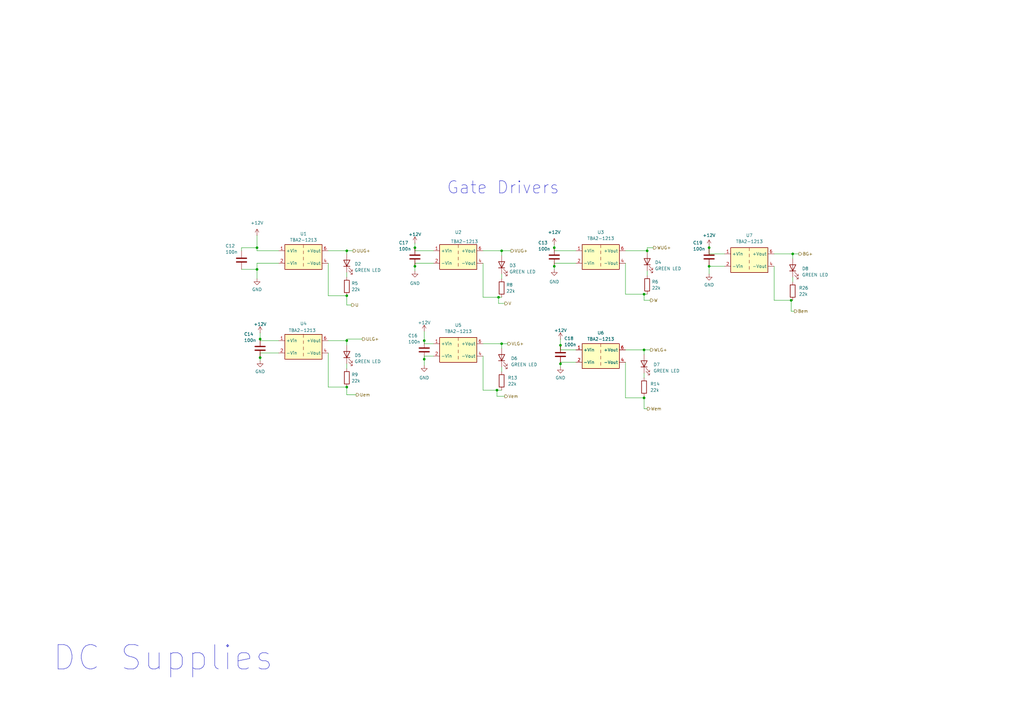
<source format=kicad_sch>
(kicad_sch (version 20231120) (generator "eeschema") (generator_version "8.0")
  (paper "A3")
  (title_block (title "GAVIM V4 TEST 137") (date "2024-06-25") (rev "00.00") (company "Nidec Drives"))
  (lib_symbols
    (symbol "Converter_DCDC:TBA2-1213"
      (property "Reference" "U" (at -6.35 6.35 0))
      (property "Value" "TBA2-1213" (at 2.54 6.35 0))
      (symbol "TBA2-1213_0_1"
        (rectangle (start -7.62 5.08) (end 7.62 -5.08) (stroke (width 0.254)) (fill (type background)))
        (polyline (pts (xy 0 -2.54) (xy 0 -3.81)))
        (polyline (pts (xy 0 0) (xy 0 -1.27)))
        (polyline (pts (xy 0 2.54) (xy 0 1.27)))
        (polyline (pts (xy 0 5.08) (xy 0 3.81)))
      )
      (symbol "TBA2-1213_1_1"
        (pin power_in line (at -10.16 2.54 0) (length 2.54) (name "+Vin") (number "1"))
        (pin power_in line (at -10.16 -2.54 0) (length 2.54) (name "-Vin") (number "2"))
        (pin power_out line (at 10.16 -2.54 180) (length 2.54) (name "-Vout") (number "4"))
        (pin power_out line (at 10.16 2.54 180) (length 2.54) (name "+Vout") (number "6"))
      )
    )
    (symbol "Device:C" (pin_numbers hide) (pin_names (offset 0.254))
      (property "Reference" "C" (at 0.635 2.54 0))
      (property "Value" "C" (at 0.635 -2.54 0))
      (symbol "C_0_1"
        (polyline (pts (xy -2.032 -0.762) (xy 2.032 -0.762)) (stroke (width 0.508)))
        (polyline (pts (xy -2.032 0.762) (xy 2.032 0.762)) (stroke (width 0.508)))
      )
      (symbol "C_1_1"
        (pin passive line (at 0 3.81 270) (length 2.794) (name "~") (number "1"))
        (pin passive line (at 0 -3.81 90) (length 2.794) (name "~") (number "2"))
      )
    )
    (symbol "Device:LED" (pin_numbers hide) (pin_names (offset 1.016) hide)
      (property "Reference" "D" (at 0 2.54 0))
      (property "Value" "LED" (at 0 -2.54 0))
      (symbol "LED_0_1"
        (polyline (pts (xy -1.27 -1.27) (xy -1.27 1.27)) (stroke (width 0.254)))
        (polyline (pts (xy -1.27 0) (xy 1.27 0)))
        (polyline (pts (xy 1.27 -1.27) (xy 1.27 1.27) (xy -1.27 0) (xy 1.27 -1.27)) (stroke (width 0.254)))
        (polyline (pts (xy -3.048 -0.762) (xy -4.572 -2.286) (xy -3.81 -2.286) (xy -4.572 -2.286) (xy -4.572 -1.524)))
        (polyline (pts (xy -1.778 -0.762) (xy -3.302 -2.286) (xy -2.54 -2.286) (xy -3.302 -2.286) (xy -3.302 -1.524)))
      )
      (symbol "LED_1_1"
        (pin passive line (at -3.81 0 0) (length 2.54) (name "K") (number "1"))
        (pin passive line (at 3.81 0 180) (length 2.54) (name "A") (number "2"))
      )
    )
    (symbol "Device:R" (pin_numbers hide) (pin_names (offset 0))
      (property "Reference" "R" (at 2.032 0 90))
      (property "Value" "R" (at 0 0 90))
      (symbol "R_0_1"
        (rectangle (start -1.016 -2.54) (end 1.016 2.54) (stroke (width 0.254)))
      )
      (symbol "R_1_1"
        (pin passive line (at 0 3.81 270) (length 1.27) (name "~") (number "1"))
        (pin passive line (at 0 -3.81 90) (length 1.27) (name "~") (number "2"))
      )
    )
    (symbol "power:+12V" (power) (pin_numbers hide) (pin_names (offset 0) hide)
      (property "Value" "+12V" (at 0 3.556 0))
      (symbol "+12V_0_1"
        (polyline (pts (xy -0.762 1.27) (xy 0 2.54)))
        (polyline (pts (xy 0 0) (xy 0 2.54)))
        (polyline (pts (xy 0 2.54) (xy 0.762 1.27)))
      )
      (symbol "+12V_1_1"
        (pin power_in line (at 0 0 90) (length 0) (name "~") (number "1"))
      )
    )
    (symbol "power:GND" (power) (pin_names (offset 0))
      (property "Value" "GND" (at 0 -3.81 0))
      (symbol "GND_0_1"
        (polyline (pts (xy 0 0) (xy 0 -1.27) (xy 1.27 -1.27) (xy 0 -2.54) (xy -1.27 -1.27) (xy 0 -1.27)))
      )
      (symbol "GND_1_1"
        (pin power_in line (at 0 0 270) (length 0) hide (name "GND") (number "1"))
      )
    )
  )
  (junction (at 205.74 140.97))
  (junction (at 106.68 139.065))
  (junction (at 290.83 101.6))
  (junction (at 227.33 109.22))
  (junction (at 142.24 102.87))
  (junction (at 205.74 102.87))
  (junction (at 105.41 110.49))
  (junction (at 229.87 141.605))
  (junction (at 105.41 101.6))
  (junction (at 106.68 146.685))
  (junction (at 142.24 158.75))
  (junction (at 170.18 109.22))
  (junction (at 203.835 160.02))
  (junction (at 229.87 149.225))
  (junction (at 170.18 101.6))
  (junction (at 142.24 139.7))
  (junction (at 325.12 104.14))
  (junction (at 264.16 163.195))
  (junction (at 204.47 121.92))
  (junction (at 265.43 102.87))
  (junction (at 173.99 147.32))
  (junction (at 290.83 109.22))
  (junction (at 142.24 121.285))
  (junction (at 227.33 101.6))
  (junction (at 264.16 120.65))
  (junction (at 264.16 143.51))
  (junction (at 324.485 123.19))
  (junction (at 173.99 139.7))
  (wire (pts (xy 173.99 139.7) (xy 173.99 135.89)))
  (wire (pts (xy 142.24 158.75) (xy 142.24 161.925)))
  (wire (pts (xy 325.12 123.19) (xy 324.485 123.19)))
  (wire (pts (xy 264.16 123.19) (xy 264.16 120.65)))
  (wire (pts (xy 177.8 102.87) (xy 170.18 102.87)))
  (wire (pts (xy 227.33 110.49) (xy 227.33 109.22)))
  (wire (pts (xy 265.43 102.87) (xy 265.43 101.6)))
  (wire (pts (xy 325.12 106.045) (xy 325.12 104.14)))
  (wire (pts (xy 105.41 96.52) (xy 105.41 101.6)))
  (wire (pts (xy 142.24 161.925) (xy 146.05 161.925)))
  (wire (pts (xy 105.41 102.87) (xy 114.3 102.87)))
  (wire (pts (xy 173.99 146.05) (xy 177.8 146.05)))
  (wire (pts (xy 325.12 115.57) (xy 325.12 113.665)))
  (wire (pts (xy 105.41 101.6) (xy 105.41 102.87)))
  (wire (pts (xy 265.43 113.03) (xy 265.43 111.125)))
  (wire (pts (xy 142.24 139.7) (xy 134.62 139.7)))
  (wire (pts (xy 229.87 148.59) (xy 236.22 148.59)))
  (wire (pts (xy 106.68 139.065) (xy 106.68 136.525)))
  (wire (pts (xy 142.24 139.065) (xy 142.24 139.7)))
  (wire (pts (xy 325.755 127.635) (xy 324.485 127.635)))
  (wire (pts (xy 256.54 163.195) (xy 264.16 163.195)))
  (wire (pts (xy 198.12 121.92) (xy 198.12 107.95)))
  (wire (pts (xy 173.99 149.86) (xy 173.99 147.32)))
  (wire (pts (xy 256.54 148.59) (xy 256.54 163.195)))
  (wire (pts (xy 264.16 163.195) (xy 264.16 167.64)))
  (wire (pts (xy 106.68 147.955) (xy 106.68 146.685)))
  (wire (pts (xy 205.74 160.02) (xy 203.835 160.02)))
  (wire (pts (xy 142.24 113.665) (xy 142.24 111.76)))
  (wire (pts (xy 203.835 160.02) (xy 198.12 160.02)))
  (wire (pts (xy 142.24 158.75) (xy 134.62 158.75)))
  (wire (pts (xy 106.68 146.685) (xy 106.68 144.78)))
  (wire (pts (xy 229.87 143.51) (xy 229.87 141.605)))
  (wire (pts (xy 264.16 145.415) (xy 264.16 143.51)))
  (wire (pts (xy 229.87 149.225) (xy 229.87 148.59)))
  (wire (pts (xy 290.83 104.14) (xy 290.83 101.6)))
  (wire (pts (xy 256.54 120.65) (xy 256.54 107.95)))
  (wire (pts (xy 204.47 121.92) (xy 198.12 121.92)))
  (wire (pts (xy 264.16 120.65) (xy 256.54 120.65)))
  (wire (pts (xy 236.22 143.51) (xy 229.87 143.51)))
  (wire (pts (xy 297.18 104.14) (xy 290.83 104.14)))
  (wire (pts (xy 105.41 107.95) (xy 114.3 107.95)))
  (wire (pts (xy 170.18 107.95) (xy 177.8 107.95)))
  (wire (pts (xy 290.83 112.395) (xy 290.83 109.22)))
  (wire (pts (xy 325.12 104.14) (xy 317.5 104.14)))
  (wire (pts (xy 324.485 123.19) (xy 317.5 123.19)))
  (wire (pts (xy 205.74 102.87) (xy 209.55 102.87)))
  (wire (pts (xy 106.68 144.78) (xy 114.3 144.78)))
  (wire (pts (xy 205.74 102.87) (xy 198.12 102.87)))
  (wire (pts (xy 142.24 104.14) (xy 142.24 102.87)))
  (wire (pts (xy 205.74 121.92) (xy 204.47 121.92)))
  (wire (pts (xy 227.33 107.95) (xy 236.22 107.95)))
  (wire (pts (xy 227.33 101.6) (xy 227.33 100.33)))
  (wire (pts (xy 229.87 141.605) (xy 229.87 139.065)))
  (wire (pts (xy 264.16 143.51) (xy 266.7 143.51)))
  (wire (pts (xy 142.24 151.13) (xy 142.24 149.225)))
  (wire (pts (xy 106.68 139.7) (xy 106.68 139.065)))
  (wire (pts (xy 205.74 152.4) (xy 205.74 150.495)))
  (wire (pts (xy 290.83 109.22) (xy 297.18 109.22)))
  (wire (pts (xy 144.145 125.095) (xy 142.24 125.095)))
  (wire (pts (xy 229.87 150.495) (xy 229.87 149.225)))
  (wire (pts (xy 264.16 154.94) (xy 264.16 153.035)))
  (wire (pts (xy 99.06 110.49) (xy 105.41 110.49)))
  (wire (pts (xy 204.47 124.46) (xy 207.01 124.46)))
  (wire (pts (xy 205.74 140.97) (xy 198.12 140.97)))
  (wire (pts (xy 264.16 143.51) (xy 256.54 143.51)))
  (wire (pts (xy 325.12 104.14) (xy 327.66 104.14)))
  (wire (pts (xy 205.74 114.3) (xy 205.74 112.395)))
  (wire (pts (xy 265.43 103.505) (xy 265.43 102.87)))
  (wire (pts (xy 170.18 101.6) (xy 170.18 99.695)))
  (wire (pts (xy 265.43 101.6) (xy 267.97 101.6)))
  (wire (pts (xy 142.24 102.87) (xy 134.62 102.87)))
  (wire (pts (xy 290.83 101.6) (xy 290.83 100.965)))
  (wire (pts (xy 134.62 158.75) (xy 134.62 144.78)))
  (wire (pts (xy 227.33 102.87) (xy 236.22 102.87)))
  (wire (pts (xy 142.24 102.87) (xy 144.78 102.87)))
  (wire (pts (xy 205.74 142.875) (xy 205.74 140.97)))
  (wire (pts (xy 170.18 102.87) (xy 170.18 101.6)))
  (wire (pts (xy 205.74 104.775) (xy 205.74 102.87)))
  (wire (pts (xy 317.5 123.19) (xy 317.5 109.22)))
  (wire (pts (xy 265.43 167.64) (xy 264.16 167.64)))
  (wire (pts (xy 264.16 123.19) (xy 266.7 123.19)))
  (wire (pts (xy 173.99 147.32) (xy 173.99 146.05)))
  (wire (pts (xy 142.24 125.095) (xy 142.24 121.285)))
  (wire (pts (xy 203.835 162.56) (xy 207.01 162.56)))
  (wire (pts (xy 264.16 162.56) (xy 264.16 163.195)))
  (wire (pts (xy 324.485 127.635) (xy 324.485 123.19)))
  (wire (pts (xy 205.74 140.97) (xy 208.28 140.97)))
  (wire (pts (xy 203.835 162.56) (xy 203.835 160.02)))
  (wire (pts (xy 173.99 140.97) (xy 173.99 139.7)))
  (wire (pts (xy 142.24 121.285) (xy 134.62 121.285)))
  (wire (pts (xy 114.3 139.7) (xy 106.68 139.7)))
  (wire (pts (xy 227.33 102.87) (xy 227.33 101.6)))
  (wire (pts (xy 265.43 120.65) (xy 264.16 120.65)))
  (wire (pts (xy 105.41 107.95) (xy 105.41 110.49)))
  (wire (pts (xy 142.24 139.7) (xy 142.24 141.605)))
  (wire (pts (xy 105.41 101.6) (xy 99.06 101.6)))
  (wire (pts (xy 177.8 140.97) (xy 173.99 140.97)))
  (wire (pts (xy 265.43 102.87) (xy 256.54 102.87)))
  (wire (pts (xy 227.33 109.22) (xy 227.33 107.95)))
  (wire (pts (xy 134.62 121.285) (xy 134.62 107.95)))
  (wire (pts (xy 170.18 111.125) (xy 170.18 109.22)))
  (wire (pts (xy 148.59 139.065) (xy 142.24 139.065)))
  (wire (pts (xy 105.41 114.3) (xy 105.41 110.49)))
  (wire (pts (xy 170.18 109.22) (xy 170.18 107.95)))
  (wire (pts (xy 198.12 160.02) (xy 198.12 146.05)))
  (wire (pts (xy 204.47 121.92) (xy 204.47 124.46)))
  (wire (pts (xy 99.06 101.6) (xy 99.06 102.87)))
  (text "Gate Drivers" (at 183.134 80.01 0) (effects (font (size 5 5)) (justify left bottom)))
  (text "DC Supplies" (at 21.336 275.844 0) (effects (font (size 10 10)) (justify left bottom)))
  (hierarchical_label "ULG+" (shape output) (at 148.59 139.065 0))
  (hierarchical_label "Bem" (shape output) (at 325.755 127.635 0))
  (hierarchical_label "V" (shape output) (at 207.01 124.46 0))
  (hierarchical_label "UUG+" (shape output) (at 144.78 102.87 0))
  (hierarchical_label "VLG+" (shape output) (at 208.28 140.97 0))
  (hierarchical_label "WLG+" (shape output) (at 266.7 143.51 0))
  (hierarchical_label "WUG+" (shape output) (at 267.97 101.6 0))
  (hierarchical_label "VUG+" (shape output) (at 209.55 102.87 0))
  (hierarchical_label "BG+" (shape output) (at 327.66 104.14 0))
  (hierarchical_label "Uem" (shape output) (at 146.05 161.925 0))
  (hierarchical_label "W" (shape output) (at 266.7 123.19 0))
  (hierarchical_label "U" (shape output) (at 144.145 125.095 0))
  (hierarchical_label "Wem" (shape output) (at 265.43 167.64 0))
  (hierarchical_label "Vem" (shape output) (at 207.01 162.56 0))
  (symbol (lib_id "power:+12V") (at 105.41 96.52 0) (unit 1)
    (property "Reference" "#PWR06" (effects (hide yes)))
    (property "Value" "+12V" (at 105.41 91.44 0))
    (property "Description" "Power symbol creates a global label with name \"+12V\"" (effects (hide yes)))
  )
  (symbol (lib_id "power:+12V") (at 227.33 100.33 0) (unit 1)
    (property "Reference" "#PWR08" (effects (hide yes)))
    (property "Value" "+12V" (at 227.33 95.25 0))
    (property "Description" "Power symbol creates a global label with name \"+12V\"" (effects (hide yes)))
  )
  (symbol (lib_id "Device:C") (at 290.83 105.41 0) (unit 1)
    (property "Reference" "C19" (at 284.226 99.568 0) (effects (justify left)))
    (property "Value" "100n" (at 284.226 102.108 0) (effects (justify left)))
    (property "Footprint" "Capacitor_SMD:C_0603_1608Metric_Pad1.08x0.95mm_HandSolder" (effects (hide yes)))
    (property "Description" "Unpolarized capacitor" (effects (hide yes)))
    (property "CT Part Number" "1425-6104" (effects (hide yes)))
  )
  (symbol (lib_id "Device:C") (at 229.87 145.415 0) (unit 1)
    (property "Reference" "C18" (at 231.394 138.811 0) (effects (justify left)))
    (property "Value" "100n" (at 231.394 141.351 0) (effects (justify left)))
    (property "Footprint" "Capacitor_SMD:C_0603_1608Metric_Pad1.08x0.95mm_HandSolder" (effects (hide yes)))
    (property "Description" "Unpolarized capacitor" (effects (hide yes)))
    (property "CT Part Number" "1425-6104" (effects (hide yes)))
  )
  (symbol (lib_id "Device:LED") (at 142.24 107.95 90) (unit 1)
    (property "Reference" "D2" (at 145.415 108.2675 90) (effects (justify right)))
    (property "Value" "GREEN LED" (at 145.415 110.8075 90) (effects (justify right)))
    (property "Footprint" "LED_THT:LED_D4.0mm" (effects (hide yes)))
    (property "CT Part Number" "N/A" (effects (hide yes)))
  )
  (symbol (lib_id "Device:C") (at 106.68 142.875 0) (unit 1)
    (property "Reference" "C14" (at 100.076 137.033 0) (effects (justify left)))
    (property "Value" "100n" (at 100.076 139.573 0) (effects (justify left)))
    (property "Footprint" "Capacitor_SMD:C_0603_1608Metric_Pad1.08x0.95mm_HandSolder" (effects (hide yes)))
    (property "Description" "Unpolarized capacitor" (effects (hide yes)))
    (property "CT Part Number" "1425-6104" (effects (hide yes)))
  )
  (symbol (lib_id "Converter_DCDC:TBA2-1213") (at 246.38 105.41 0) (unit 1)
    (property "Reference" "U3" (at 246.38 95.25 0))
    (property "Value" "TBA2-1213" (at 246.38 97.79 0))
    (property "Footprint" "Imported Parts:TBA21213" (effects (hide yes)))
    (property "Datasheet" "https://www.tracopower.com/products/tba2.pdf" (effects (hide yes)))
    (property "Description" "2W DC/DC converter unregulated, 10.8-13.2V input, 15V fixed output voltage, 130mA output, 1.5kVDC isolation, SIP-7" (effects (hide yes)))
    (property "CT Part Number" "3220-0530" (effects (hide yes)))
    (property "Link (Ext)" "https://www.mouser.co.uk/ProductDetail/TRACO-Power/TBA-2-1213?qs=byeeYqUIh0MnO2txlPZwMQ%3D%3D" (effects (hide yes)))
  )
  (symbol (lib_id "Device:LED") (at 265.43 107.315 90) (unit 1)
    (property "Reference" "D4" (at 268.605 107.6325 90) (effects (justify right)))
    (property "Value" "GREEN LED" (at 268.605 110.1725 90) (effects (justify right)))
    (property "Footprint" "LED_THT:LED_D4.0mm" (effects (hide yes)))
    (property "CT Part Number" "N/A" (effects (hide yes)))
  )
  (symbol (lib_id "Device:LED") (at 205.74 146.685 90) (unit 1)
    (property "Reference" "D6" (at 209.55 147.0025 90) (effects (justify right)))
    (property "Value" "GREEN LED" (at 209.55 149.5425 90) (effects (justify right)))
    (property "Footprint" "LED_THT:LED_D4.0mm" (effects (hide yes)))
    (property "CT Part Number" "N/A" (effects (hide yes)))
  )
  (symbol (lib_id "Device:C") (at 170.18 105.41 0) (unit 1)
    (property "Reference" "C17" (at 163.576 99.568 0) (effects (justify left)))
    (property "Value" "100n" (at 163.576 102.108 0) (effects (justify left)))
    (property "Footprint" "Capacitor_SMD:C_0603_1608Metric_Pad1.08x0.95mm_HandSolder" (effects (hide yes)))
    (property "Description" "Unpolarized capacitor" (effects (hide yes)))
    (property "CT Part Number" "1425-6104" (effects (hide yes)))
  )
  (symbol (lib_id "Converter_DCDC:TBA2-1213") (at 246.38 146.05 0) (unit 1)
    (property "Reference" "U6" (at 246.38 136.525 0))
    (property "Value" "TBA2-1213" (at 246.38 139.065 0))
    (property "Footprint" "Imported Parts:TBA21213" (effects (hide yes)))
    (property "Datasheet" "https://www.tracopower.com/products/tba2.pdf" (effects (hide yes)))
    (property "Description" "2W DC/DC converter unregulated, 10.8-13.2V input, 15V fixed output voltage, 130mA output, 1.5kVDC isolation, SIP-7" (effects (hide yes)))
    (property "CT Part Number" "3220-0530" (effects (hide yes)))
    (property "Link (Ext)" "https://www.mouser.co.uk/ProductDetail/TRACO-Power/TBA-2-1213?qs=byeeYqUIh0MnO2txlPZwMQ%3D%3D" (effects (hide yes)))
  )
  (symbol (lib_id "power:GND") (at 290.83 112.395 0) (unit 1)
    (property "Reference" "#PWR036" (effects (hide yes)))
    (property "Value" "GND" (at 290.83 116.84 0))
  )
  (symbol (lib_id "Device:R") (at 265.43 116.84 0) (unit 1)
    (property "Reference" "R6" (at 267.335 115.57 0) (effects (justify left)))
    (property "Value" "22k" (at 267.335 118.11 0) (effects (justify left)))
    (property "Footprint" "Resistor_SMD:R_0603_1608Metric_Pad0.98x0.95mm_HandSolder" (effects (hide yes)))
    (property "CT Part Number" "1127-4101" (effects (hide yes)))
  )
  (symbol (lib_id "Converter_DCDC:TBA2-1213") (at 187.96 105.41 0) (unit 1)
    (property "Reference" "U2" (at 187.96 95.25 0))
    (property "Value" "TBA2-1213" (at 190.5 99.06 0))
    (property "Footprint" "Imported Parts:TBA21213" (effects (hide yes)))
    (property "Datasheet" "https://www.tracopower.com/products/tba2.pdf" (effects (hide yes)))
    (property "Description" "2W DC/DC converter unregulated, 10.8-13.2V input, 15V fixed output voltage, 130mA output, 1.5kVDC isolation, SIP-7" (effects (hide yes)))
    (property "CT Part Number" "3220-0530" (effects (hide yes)))
    (property "Link (Ext)" "https://www.mouser.co.uk/ProductDetail/TRACO-Power/TBA-2-1213?qs=byeeYqUIh0MnO2txlPZwMQ%3D%3D" (effects (hide yes)))
  )
  (symbol (lib_id "Device:R") (at 142.24 117.475 0) (unit 1)
    (property "Reference" "R5" (at 144.145 116.205 0) (effects (justify left)))
    (property "Value" "22k" (at 144.145 118.745 0) (effects (justify left)))
    (property "Footprint" "Resistor_SMD:R_0603_1608Metric_Pad0.98x0.95mm_HandSolder" (effects (hide yes)))
    (property "CT Part Number" "1127-4101" (effects (hide yes)))
  )
  (symbol (lib_id "Device:R") (at 142.24 154.94 0) (unit 1)
    (property "Reference" "R9" (at 144.145 153.67 0) (effects (justify left)))
    (property "Value" "22k" (at 144.145 156.21 0) (effects (justify left)))
    (property "Footprint" "Resistor_SMD:R_0603_1608Metric_Pad0.98x0.95mm_HandSolder" (effects (hide yes)))
    (property "CT Part Number" "1127-4101" (effects (hide yes)))
  )
  (symbol (lib_id "power:GND") (at 106.68 147.955 0) (unit 1)
    (property "Reference" "#PWR016" (effects (hide yes)))
    (property "Value" "GND" (at 106.68 152.4 0))
  )
  (symbol (lib_id "power:GND") (at 105.41 114.3 0) (unit 1)
    (property "Reference" "#PWR07" (effects (hide yes)))
    (property "Value" "GND" (at 105.41 118.745 0))
  )
  (symbol (lib_id "Device:LED") (at 205.74 108.585 90) (unit 1)
    (property "Reference" "D3" (at 208.915 108.9025 90) (effects (justify right)))
    (property "Value" "GREEN LED" (at 208.915 111.4425 90) (effects (justify right)))
    (property "Footprint" "LED_THT:LED_D4.0mm" (effects (hide yes)))
    (property "CT Part Number" "N/A" (effects (hide yes)))
  )
  (symbol (lib_id "Converter_DCDC:TBA2-1213") (at 124.46 105.41 0) (unit 1)
    (property "Reference" "U1" (at 124.46 95.885 0))
    (property "Value" "TBA2-1213" (at 124.46 98.425 0))
    (property "Footprint" "Imported Parts:TBA21213" (effects (hide yes)))
    (property "Datasheet" "https://www.tracopower.com/products/tba2.pdf" (effects (hide yes)))
    (property "Description" "2W DC/DC converter unregulated, 10.8-13.2V input, 15V fixed output voltage, 130mA output, 1.5kVDC isolation, SIP-7" (effects (hide yes)))
    (property "CT Part Number" "3220-0530" (effects (hide yes)))
    (property "Link (Ext)" "https://www.mouser.co.uk/ProductDetail/TRACO-Power/TBA-2-1213?qs=byeeYqUIh0MnO2txlPZwMQ%3D%3D" (effects (hide yes)))
  )
  (symbol (lib_id "power:GND") (at 229.87 150.495 0) (unit 1)
    (property "Reference" "#PWR023" (effects (hide yes)))
    (property "Value" "GND" (at 229.87 154.94 0))
  )
  (symbol (lib_id "power:GND") (at 227.33 110.49 0) (unit 1)
    (property "Reference" "#PWR09" (effects (hide yes)))
    (property "Value" "GND" (at 227.33 115.57 0))
  )
  (symbol (lib_id "Converter_DCDC:TBA2-1213") (at 124.46 142.24 0) (unit 1)
    (property "Reference" "U4" (at 124.46 132.715 0))
    (property "Value" "TBA2-1213" (at 123.952 135.509 0))
    (property "Footprint" "Imported Parts:TBA21213" (effects (hide yes)))
    (property "Datasheet" "https://www.tracopower.com/products/tba2.pdf" (effects (hide yes)))
    (property "Description" "2W DC/DC converter unregulated, 10.8-13.2V input, 15V fixed output voltage, 130mA output, 1.5kVDC isolation, SIP-7" (effects (hide yes)))
    (property "CT Part Number" "3220-0530" (effects (hide yes)))
    (property "Link (Ext)" "https://www.mouser.co.uk/ProductDetail/TRACO-Power/TBA-2-1213?qs=byeeYqUIh0MnO2txlPZwMQ%3D%3D" (effects (hide yes)))
  )
  (symbol (lib_id "power:+12V") (at 106.68 136.525 0) (unit 1)
    (property "Reference" "#PWR015" (effects (hide yes)))
    (property "Value" "+12V" (at 106.68 132.969 0))
    (property "Description" "Power symbol creates a global label with name \"+12V\"" (effects (hide yes)))
  )
  (symbol (lib_id "power:+12V") (at 229.87 139.065 0) (unit 1)
    (property "Reference" "#PWR022" (effects (hide yes)))
    (property "Value" "+12V" (at 229.87 135.509 0))
    (property "Description" "Power symbol creates a global label with name \"+12V\"" (effects (hide yes)))
  )
  (symbol (lib_id "power:GND") (at 170.18 111.125 0) (unit 1)
    (property "Reference" "#PWR014" (effects (hide yes)))
    (property "Value" "GND" (at 170.18 116.205 0))
  )
  (symbol (lib_id "power:+12V") (at 290.83 100.965 0) (unit 1)
    (property "Reference" "#PWR034" (effects (hide yes)))
    (property "Value" "+12V" (at 290.83 96.52 0))
    (property "Description" "Power symbol creates a global label with name \"+12V\"" (effects (hide yes)))
  )
  (symbol (lib_id "Device:R") (at 325.12 119.38 0) (unit 1)
    (property "Reference" "R26" (at 327.66 118.11 0) (effects (justify left)))
    (property "Value" "22k" (at 327.66 120.65 0) (effects (justify left)))
    (property "Footprint" "Resistor_SMD:R_0603_1608Metric_Pad0.98x0.95mm_HandSolder" (effects (hide yes)))
    (property "CT Part Number" "1127-4101" (effects (hide yes)))
  )
  (symbol (lib_id "power:GND") (at 173.99 149.86 0) (unit 1)
    (property "Reference" "#PWR021" (effects (hide yes)))
    (property "Value" "GND" (at 173.99 154.94 0))
  )
  (symbol (lib_id "Converter_DCDC:TBA2-1213") (at 187.96 143.51 0) (unit 1)
    (property "Reference" "U5" (at 187.96 133.35 0))
    (property "Value" "TBA2-1213" (at 187.96 135.89 0))
    (property "Footprint" "Imported Parts:TBA21213" (effects (hide yes)))
    (property "Datasheet" "https://www.tracopower.com/products/tba2.pdf" (effects (hide yes)))
    (property "Description" "2W DC/DC converter unregulated, 10.8-13.2V input, 15V fixed output voltage, 130mA output, 1.5kVDC isolation, SIP-7" (effects (hide yes)))
    (property "CT Part Number" "3220-0530" (effects (hide yes)))
    (property "Link (Ext)" "https://www.mouser.co.uk/ProductDetail/TRACO-Power/TBA-2-1213?qs=byeeYqUIh0MnO2txlPZwMQ%3D%3D" (effects (hide yes)))
  )
  (symbol (lib_id "Device:LED") (at 264.16 149.225 90) (unit 1)
    (property "Reference" "D7" (at 267.97 149.5425 90) (effects (justify right)))
    (property "Value" "GREEN LED" (at 267.97 152.0825 90) (effects (justify right)))
    (property "Footprint" "LED_THT:LED_D4.0mm" (effects (hide yes)))
    (property "CT Part Number" "N/A" (effects (hide yes)))
  )
  (symbol (lib_id "Device:LED") (at 325.12 109.855 90) (unit 1)
    (property "Reference" "D8" (at 328.93 110.1725 90) (effects (justify right)))
    (property "Value" "GREEN LED" (at 328.93 112.7125 90) (effects (justify right)))
    (property "Footprint" "LED_THT:LED_D4.0mm" (effects (hide yes)))
    (property "CT Part Number" "N/A" (effects (hide yes)))
  )
  (symbol (lib_id "Device:R") (at 205.74 156.21 0) (unit 1)
    (property "Reference" "R13" (at 208.28 154.94 0) (effects (justify left)))
    (property "Value" "22k" (at 208.28 157.48 0) (effects (justify left)))
    (property "Footprint" "Resistor_SMD:R_0603_1608Metric_Pad0.98x0.95mm_HandSolder" (effects (hide yes)))
    (property "CT Part Number" "1127-4101" (effects (hide yes)))
  )
  (symbol (lib_id "Converter_DCDC:TBA2-1213") (at 307.34 106.68 0) (unit 1)
    (property "Reference" "U7" (at 307.34 96.52 0))
    (property "Value" "TBA2-1213" (at 307.34 99.06 0))
    (property "Footprint" "Imported Parts:TBA21213" (effects (hide yes)))
    (property "Datasheet" "https://www.tracopower.com/products/tba2.pdf" (effects (hide yes)))
    (property "Description" "2W DC/DC converter unregulated, 10.8-13.2V input, 15V fixed output voltage, 130mA output, 1.5kVDC isolation, SIP-7" (effects (hide yes)))
    (property "CT Part Number" "3220-0530" (effects (hide yes)))
    (property "Link (Ext)" "https://www.mouser.co.uk/ProductDetail/TRACO-Power/TBA-2-1213?qs=byeeYqUIh0MnO2txlPZwMQ%3D%3D" (effects (hide yes)))
  )
  (symbol (lib_id "Device:C") (at 227.33 105.41 0) (unit 1)
    (property "Reference" "C13" (at 220.726 99.568 0) (effects (justify left)))
    (property "Value" "100n" (at 220.726 102.108 0) (effects (justify left)))
    (property "Footprint" "Capacitor_SMD:C_0603_1608Metric_Pad1.08x0.95mm_HandSolder" (effects (hide yes)))
    (property "Description" "Unpolarized capacitor" (effects (hide yes)))
    (property "CT Part Number" "1425-6104" (effects (hide yes)))
  )
  (symbol (lib_id "Device:C") (at 99.06 106.68 0) (unit 1)
    (property "Reference" "C12" (at 92.456 100.838 0) (effects (justify left)))
    (property "Value" "100n" (at 92.456 103.378 0) (effects (justify left)))
    (property "Footprint" "Capacitor_SMD:C_0603_1608Metric_Pad1.08x0.95mm_HandSolder" (effects (hide yes)))
    (property "Description" "Unpolarized capacitor" (effects (hide yes)))
    (property "CT Part Number" "1425-6104" (effects (hide yes)))
  )
  (symbol (lib_id "power:+12V") (at 173.99 135.89 0) (unit 1)
    (property "Reference" "#PWR020" (effects (hide yes)))
    (property "Value" "+12V" (at 173.99 132.334 0))
    (property "Description" "Power symbol creates a global label with name \"+12V\"" (effects (hide yes)))
  )
  (symbol (lib_id "Device:R") (at 264.16 158.75 0) (unit 1)
    (property "Reference" "R14" (at 266.7 157.48 0) (effects (justify left)))
    (property "Value" "22k" (at 266.7 160.02 0) (effects (justify left)))
    (property "Footprint" "Resistor_SMD:R_0603_1608Metric_Pad0.98x0.95mm_HandSolder" (effects (hide yes)))
    (property "CT Part Number" "1127-4101" (effects (hide yes)))
  )
  (symbol (lib_id "Device:R") (at 205.74 118.11 0) (unit 1)
    (property "Reference" "R8" (at 207.645 116.84 0) (effects (justify left)))
    (property "Value" "22k" (at 207.645 119.38 0) (effects (justify left)))
    (property "Footprint" "Resistor_SMD:R_0603_1608Metric_Pad0.98x0.95mm_HandSolder" (effects (hide yes)))
    (property "CT Part Number" "1127-4101" (effects (hide yes)))
  )
  (symbol (lib_id "power:+12V") (at 170.18 99.695 0) (unit 1)
    (property "Reference" "#PWR013" (effects (hide yes)))
    (property "Value" "+12V" (at 170.18 96.139 0))
    (property "Description" "Power symbol creates a global label with name \"+12V\"" (effects (hide yes)))
  )
  (symbol (lib_id "Device:C") (at 173.99 143.51 0) (unit 1)
    (property "Reference" "C16" (at 167.386 137.668 0) (effects (justify left)))
    (property "Value" "100n" (at 167.386 140.208 0) (effects (justify left)))
    (property "Footprint" "Capacitor_SMD:C_0603_1608Metric_Pad1.08x0.95mm_HandSolder" (effects (hide yes)))
    (property "Description" "Unpolarized capacitor" (effects (hide yes)))
    (property "CT Part Number" "1425-6104" (effects (hide yes)))
  )
  (symbol (lib_id "Device:LED") (at 142.24 145.415 90) (unit 1)
    (property "Reference" "D5" (at 145.415 145.7325 90) (effects (justify right)))
    (property "Value" "GREEN LED" (at 145.415 148.2725 90) (effects (justify right)))
    (property "Footprint" "LED_THT:LED_D4.0mm" (effects (hide yes)))
    (property "CT Part Number" "N/A" (effects (hide yes)))
  )
)
</source>
